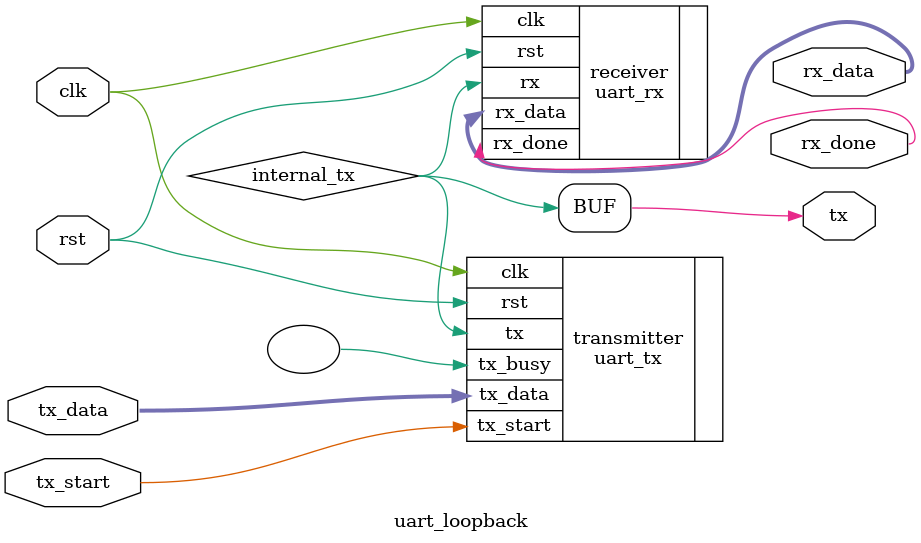
<source format=v>
module uart_loopback(
    input wire clk,
    input wire rst,
    input wire tx_start,
    input wire [7:0] tx_data,
    output wire tx,
    output wire [7:0] rx_data,
    output wire rx_done
);
    wire internal_tx;

    uart_tx transmitter (
        .clk(clk),
        .rst(rst),
        .tx_start(tx_start),
        .tx_data(tx_data),
        .tx(internal_tx),
        .tx_busy()
    );

    uart_rx receiver (
        .clk(clk),
        .rst(rst),
        .rx(internal_tx),
        .rx_data(rx_data),
        .rx_done(rx_done)
    );

    assign tx = internal_tx;
endmodule


</source>
